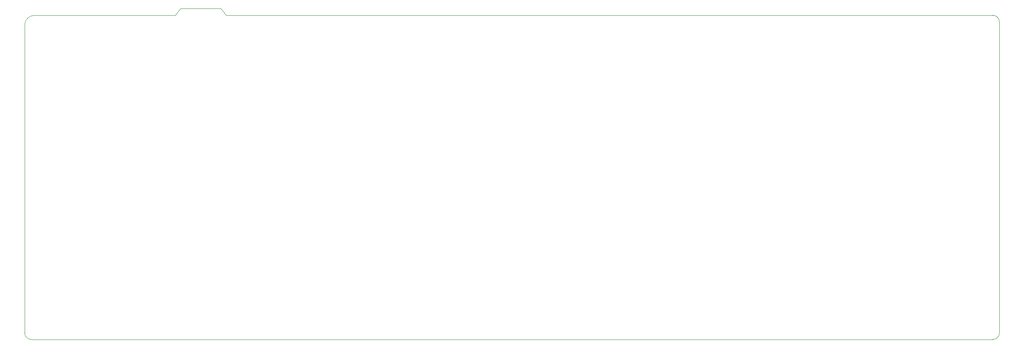
<source format=gm1>
G04 #@! TF.GenerationSoftware,KiCad,Pcbnew,(6.0.4-0)*
G04 #@! TF.CreationDate,2023-09-21T22:36:30-05:00*
G04 #@! TF.ProjectId,dogema48_cfx,646f6765-6d61-4343-985f-6366782e6b69,rev?*
G04 #@! TF.SameCoordinates,Original*
G04 #@! TF.FileFunction,Profile,NP*
%FSLAX45Y45*%
G04 Gerber Fmt 4.5, Leading zero omitted, Abs format (unit mm)*
G04 Created by KiCad (PCBNEW (6.0.4-0)) date 2023-09-21 22:36:30*
%MOMM*%
%LPD*%
G01*
G04 APERTURE LIST*
G04 #@! TA.AperFunction,Profile*
%ADD10C,0.100000*%
G04 #@! TD*
G04 APERTURE END LIST*
D10*
X7649996Y-1487496D02*
G75*
G03*
X7437496Y-1699998I4J-212504D01*
G01*
X11545828Y-1345833D02*
X11652078Y-1487499D01*
X10589578Y-1487499D02*
X10554162Y-1487499D01*
X7437503Y-8145829D02*
X7437503Y-1699999D01*
X27837487Y-8145829D02*
X27837487Y-1629166D01*
X7649996Y-1487498D02*
X10554162Y-1487499D01*
X27837485Y-1629162D02*
G75*
G03*
X27695822Y-1487495I-141665J2D01*
G01*
X27695822Y-1487495D02*
X11687494Y-1487499D01*
X11687494Y-1487499D02*
X11652078Y-1487499D01*
X7579170Y-8287496D02*
X27695820Y-8287496D01*
X10589578Y-1487499D02*
X10695828Y-1345833D01*
X10695828Y-1345833D02*
X11545828Y-1345833D01*
X7437494Y-8145829D02*
G75*
G03*
X7579170Y-8287496I141666J-1D01*
G01*
X27695820Y-8287497D02*
G75*
G03*
X27837487Y-8145829I0J141667D01*
G01*
M02*

</source>
